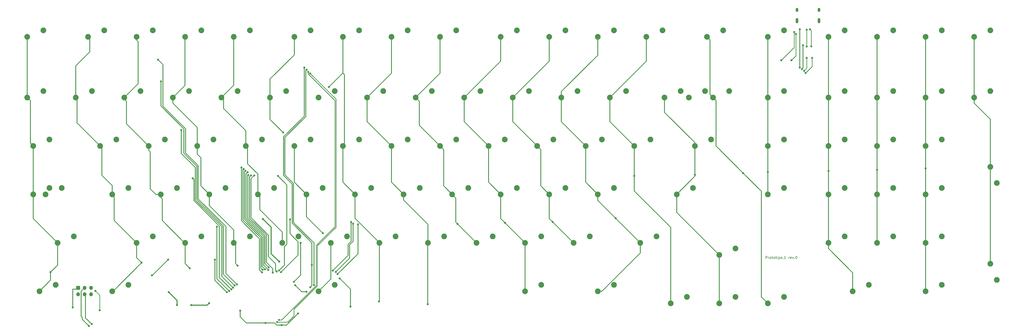
<source format=gbr>
%TF.GenerationSoftware,KiCad,Pcbnew,(5.1.6)-1*%
%TF.CreationDate,2020-07-26T12:10:15+02:00*%
%TF.ProjectId,Proyecto CFS,50726f79-6563-4746-9f20-4346532e6b69,rev?*%
%TF.SameCoordinates,Original*%
%TF.FileFunction,Copper,L1,Top*%
%TF.FilePolarity,Positive*%
%FSLAX46Y46*%
G04 Gerber Fmt 4.6, Leading zero omitted, Abs format (unit mm)*
G04 Created by KiCad (PCBNEW (5.1.6)-1) date 2020-07-26 12:10:15*
%MOMM*%
%LPD*%
G01*
G04 APERTURE LIST*
%TA.AperFunction,NonConductor*%
%ADD10C,0.150000*%
%TD*%
%TA.AperFunction,ComponentPad*%
%ADD11O,1.000000X2.100000*%
%TD*%
%TA.AperFunction,ComponentPad*%
%ADD12O,1.000000X1.600000*%
%TD*%
%TA.AperFunction,ComponentPad*%
%ADD13C,2.250000*%
%TD*%
%TA.AperFunction,ComponentPad*%
%ADD14O,1.524000X1.524000*%
%TD*%
%TA.AperFunction,ComponentPad*%
%ADD15R,1.524000X1.524000*%
%TD*%
%TA.AperFunction,ViaPad*%
%ADD16C,0.800000*%
%TD*%
%TA.AperFunction,Conductor*%
%ADD17C,0.375000*%
%TD*%
%TA.AperFunction,Conductor*%
%ADD18C,0.400000*%
%TD*%
%TA.AperFunction,Conductor*%
%ADD19C,0.350000*%
%TD*%
%TA.AperFunction,Conductor*%
%ADD20C,0.250000*%
%TD*%
G04 APERTURE END LIST*
D10*
X266880952Y-168027380D02*
X266880952Y-167027380D01*
X267261904Y-167027380D01*
X267357142Y-167075000D01*
X267404761Y-167122619D01*
X267452380Y-167217857D01*
X267452380Y-167360714D01*
X267404761Y-167455952D01*
X267357142Y-167503571D01*
X267261904Y-167551190D01*
X266880952Y-167551190D01*
X267880952Y-168027380D02*
X267880952Y-167360714D01*
X267880952Y-167551190D02*
X267928571Y-167455952D01*
X267976190Y-167408333D01*
X268071428Y-167360714D01*
X268166666Y-167360714D01*
X268642857Y-168027380D02*
X268547619Y-167979761D01*
X268500000Y-167932142D01*
X268452380Y-167836904D01*
X268452380Y-167551190D01*
X268500000Y-167455952D01*
X268547619Y-167408333D01*
X268642857Y-167360714D01*
X268785714Y-167360714D01*
X268880952Y-167408333D01*
X268928571Y-167455952D01*
X268976190Y-167551190D01*
X268976190Y-167836904D01*
X268928571Y-167932142D01*
X268880952Y-167979761D01*
X268785714Y-168027380D01*
X268642857Y-168027380D01*
X269261904Y-167360714D02*
X269642857Y-167360714D01*
X269404761Y-167027380D02*
X269404761Y-167884523D01*
X269452380Y-167979761D01*
X269547619Y-168027380D01*
X269642857Y-168027380D01*
X270119047Y-168027380D02*
X270023809Y-167979761D01*
X269976190Y-167932142D01*
X269928571Y-167836904D01*
X269928571Y-167551190D01*
X269976190Y-167455952D01*
X270023809Y-167408333D01*
X270119047Y-167360714D01*
X270261904Y-167360714D01*
X270357142Y-167408333D01*
X270404761Y-167455952D01*
X270452380Y-167551190D01*
X270452380Y-167836904D01*
X270404761Y-167932142D01*
X270357142Y-167979761D01*
X270261904Y-168027380D01*
X270119047Y-168027380D01*
X270738095Y-167360714D02*
X271119047Y-167360714D01*
X270880952Y-167027380D02*
X270880952Y-167884523D01*
X270928571Y-167979761D01*
X271023809Y-168027380D01*
X271119047Y-168027380D01*
X271452380Y-168027380D02*
X271452380Y-167360714D01*
X271452380Y-167027380D02*
X271404761Y-167075000D01*
X271452380Y-167122619D01*
X271500000Y-167075000D01*
X271452380Y-167027380D01*
X271452380Y-167122619D01*
X271928571Y-167360714D02*
X271928571Y-168360714D01*
X271928571Y-167408333D02*
X272023809Y-167360714D01*
X272214285Y-167360714D01*
X272309523Y-167408333D01*
X272357142Y-167455952D01*
X272404761Y-167551190D01*
X272404761Y-167836904D01*
X272357142Y-167932142D01*
X272309523Y-167979761D01*
X272214285Y-168027380D01*
X272023809Y-168027380D01*
X271928571Y-167979761D01*
X272976190Y-168027380D02*
X272880952Y-167979761D01*
X272833333Y-167932142D01*
X272785714Y-167836904D01*
X272785714Y-167551190D01*
X272833333Y-167455952D01*
X272880952Y-167408333D01*
X272976190Y-167360714D01*
X273119047Y-167360714D01*
X273214285Y-167408333D01*
X273261904Y-167455952D01*
X273309523Y-167551190D01*
X273309523Y-167836904D01*
X273261904Y-167932142D01*
X273214285Y-167979761D01*
X273119047Y-168027380D01*
X272976190Y-168027380D01*
X273738095Y-167932142D02*
X273785714Y-167979761D01*
X273738095Y-168027380D01*
X273690476Y-167979761D01*
X273738095Y-167932142D01*
X273738095Y-168027380D01*
X274738095Y-168027380D02*
X274166666Y-168027380D01*
X274452380Y-168027380D02*
X274452380Y-167027380D01*
X274357142Y-167170238D01*
X274261904Y-167265476D01*
X274166666Y-167313095D01*
X275928571Y-168027380D02*
X275928571Y-167360714D01*
X275928571Y-167551190D02*
X275976190Y-167455952D01*
X276023809Y-167408333D01*
X276119047Y-167360714D01*
X276214285Y-167360714D01*
X276928571Y-167979761D02*
X276833333Y-168027380D01*
X276642857Y-168027380D01*
X276547619Y-167979761D01*
X276500000Y-167884523D01*
X276500000Y-167503571D01*
X276547619Y-167408333D01*
X276642857Y-167360714D01*
X276833333Y-167360714D01*
X276928571Y-167408333D01*
X276976190Y-167503571D01*
X276976190Y-167598809D01*
X276500000Y-167694047D01*
X277309523Y-167360714D02*
X277547619Y-168027380D01*
X277785714Y-167360714D01*
X278166666Y-167932142D02*
X278214285Y-167979761D01*
X278166666Y-168027380D01*
X278119047Y-167979761D01*
X278166666Y-167932142D01*
X278166666Y-168027380D01*
X278833333Y-167027380D02*
X278928571Y-167027380D01*
X279023809Y-167075000D01*
X279071428Y-167122619D01*
X279119047Y-167217857D01*
X279166666Y-167408333D01*
X279166666Y-167646428D01*
X279119047Y-167836904D01*
X279071428Y-167932142D01*
X279023809Y-167979761D01*
X278928571Y-168027380D01*
X278833333Y-168027380D01*
X278738095Y-167979761D01*
X278690476Y-167932142D01*
X278642857Y-167836904D01*
X278595238Y-167646428D01*
X278595238Y-167408333D01*
X278642857Y-167217857D01*
X278690476Y-167122619D01*
X278738095Y-167075000D01*
X278833333Y-167027380D01*
D11*
%TO.P,USB1,13*%
%TO.N,GND*%
X279130000Y-74385000D03*
X287770000Y-74385000D03*
D12*
X279130000Y-70205000D03*
X287770000Y-70205000D03*
%TD*%
D13*
%TO.P,MX79,2*%
%TO.N,Net-(D77-Pad2)*%
X274002500Y-78263750D03*
%TO.P,MX79,1*%
%TO.N,COL-15*%
X267652500Y-80803750D03*
%TD*%
%TO.P,MX45,2*%
%TO.N,Net-(D44-Pad2)*%
X145415000Y-78263750D03*
%TO.P,MX45,1*%
%TO.N,COL-8*%
X139065000Y-80803750D03*
%TD*%
%TO.P,MX95,2*%
%TO.N,Net-(D93-Pad2)*%
X335915000Y-102076250D03*
%TO.P,MX95,1*%
%TO.N,COL-18*%
X329565000Y-104616250D03*
%TD*%
%TO.P,MX103,2*%
%TO.N,Net-(D101-Pad2)*%
X357505000Y-176371250D03*
%TO.P,MX103,1*%
%TO.N,COL-19*%
X354965000Y-170021250D03*
%TD*%
%TO.P,MX102,2*%
%TO.N,Net-(D100-Pad2)*%
X357505000Y-138271250D03*
%TO.P,MX102,1*%
%TO.N,COL-19*%
X354965000Y-131921250D03*
%TD*%
%TO.P,MX88,2*%
%TO.N,Net-(D86-Pad2)*%
X307340000Y-178276250D03*
%TO.P,MX88,1*%
%TO.N,COL-16*%
X300990000Y-180816250D03*
%TD*%
%TO.P,MX104,2*%
%TO.N,Net-(D102-Pad2)*%
X274002500Y-183038750D03*
%TO.P,MX104,1*%
%TO.N,COL-14*%
X267652500Y-185578750D03*
%TD*%
%TO.P,MX39,2*%
%TO.N,Net-(D38-Pad2)*%
X121602500Y-159226250D03*
%TO.P,MX39,1*%
%TO.N,COL-6*%
X115252500Y-161766250D03*
%TD*%
%TO.P,MX43,2*%
%TO.N,Net-(D42-Pad2)*%
X131127500Y-140176250D03*
%TO.P,MX43,1*%
%TO.N,COL-7*%
X124777500Y-142716250D03*
%TD*%
%TO.P,MX34,2*%
%TO.N,Net-(D33-Pad2)*%
X97790000Y-178276250D03*
%TO.P,MX34,1*%
%TO.N,COL-5*%
X91440000Y-180816250D03*
%TD*%
%TO.P,MX33,2*%
%TO.N,Net-(D32-Pad2)*%
X102552500Y-159226250D03*
%TO.P,MX33,1*%
%TO.N,COL-5*%
X96202500Y-161766250D03*
%TD*%
%TO.P,MX32,2*%
%TO.N,Net-(D31-Pad2)*%
X93027500Y-140176250D03*
%TO.P,MX32,1*%
%TO.N,COL-5*%
X86677500Y-142716250D03*
%TD*%
%TO.P,MX48,2*%
%TO.N,Net-(D47-Pad2)*%
X150177500Y-140176250D03*
%TO.P,MX48,1*%
%TO.N,COL-8*%
X143827500Y-142716250D03*
%TD*%
%TO.P,MX31,2*%
%TO.N,Net-(D30-Pad2)*%
X88265000Y-121126250D03*
%TO.P,MX31,1*%
%TO.N,COL-5*%
X81915000Y-123666250D03*
%TD*%
%TO.P,MX44,2*%
%TO.N,Net-(D43-Pad2)*%
X140652500Y-159226250D03*
%TO.P,MX44,1*%
%TO.N,COL-7*%
X134302500Y-161766250D03*
%TD*%
%TO.P,MX40,2*%
%TO.N,Net-(D39-Pad2)*%
X126365000Y-78263750D03*
%TO.P,MX40,1*%
%TO.N,COL-7*%
X120015000Y-80803750D03*
%TD*%
%TO.P,MX36,2*%
%TO.N,Net-(D35-Pad2)*%
X97790000Y-102076250D03*
%TO.P,MX36,1*%
%TO.N,COL-6*%
X91440000Y-104616250D03*
%TD*%
%TO.P,MX46,2*%
%TO.N,Net-(D45-Pad2)*%
X135890000Y-102076250D03*
%TO.P,MX46,1*%
%TO.N,COL-8*%
X129540000Y-104616250D03*
%TD*%
%TO.P,MX41,2*%
%TO.N,Net-(D40-Pad2)*%
X116840000Y-102076250D03*
%TO.P,MX41,1*%
%TO.N,COL-7*%
X110490000Y-104616250D03*
%TD*%
%TO.P,MX42,2*%
%TO.N,Net-(D41-Pad2)*%
X126365000Y-121126250D03*
%TO.P,MX42,1*%
%TO.N,COL-7*%
X120015000Y-123666250D03*
%TD*%
%TO.P,MX38,2*%
%TO.N,Net-(D37-Pad2)*%
X112077500Y-140176250D03*
%TO.P,MX38,1*%
%TO.N,COL-6*%
X105727500Y-142716250D03*
%TD*%
%TO.P,MX35,2*%
%TO.N,Net-(D34-Pad2)*%
X107315000Y-78263750D03*
%TO.P,MX35,1*%
%TO.N,COL-6*%
X100965000Y-80803750D03*
%TD*%
%TO.P,MX37,2*%
%TO.N,Net-(D36-Pad2)*%
X107315000Y-121126250D03*
%TO.P,MX37,1*%
%TO.N,COL-6*%
X100965000Y-123666250D03*
%TD*%
%TO.P,MX47,2*%
%TO.N,Net-(D46-Pad2)*%
X145415000Y-121126250D03*
%TO.P,MX47,1*%
%TO.N,COL-8*%
X139065000Y-123666250D03*
%TD*%
%TO.P,MX89,2*%
%TO.N,Net-(D87-Pad2)*%
X316865000Y-78263750D03*
%TO.P,MX89,1*%
%TO.N,COL-17*%
X310515000Y-80803750D03*
%TD*%
%TO.P,MX87,2*%
%TO.N,Net-(D85-Pad2)*%
X297815000Y-159226250D03*
%TO.P,MX87,1*%
%TO.N,COL-16*%
X291465000Y-161766250D03*
%TD*%
%TO.P,MX100,2*%
%TO.N,Net-(D98-Pad2)*%
X354965000Y-78263750D03*
%TO.P,MX100,1*%
%TO.N,COL-19*%
X348615000Y-80803750D03*
%TD*%
%TO.P,MX94,2*%
%TO.N,Net-(D92-Pad2)*%
X335915000Y-78263750D03*
%TO.P,MX94,1*%
%TO.N,COL-18*%
X329565000Y-80803750D03*
%TD*%
%TO.P,MX86,2*%
%TO.N,Net-(D84-Pad2)*%
X297815000Y-140176250D03*
%TO.P,MX86,1*%
%TO.N,COL-16*%
X291465000Y-142716250D03*
%TD*%
%TO.P,MX101,2*%
%TO.N,Net-(D99-Pad2)*%
X354965000Y-102076250D03*
%TO.P,MX101,1*%
%TO.N,COL-19*%
X348615000Y-104616250D03*
%TD*%
%TO.P,MX97,2*%
%TO.N,Net-(D95-Pad2)*%
X335915000Y-140176250D03*
%TO.P,MX97,1*%
%TO.N,COL-18*%
X329565000Y-142716250D03*
%TD*%
%TO.P,MX99,2*%
%TO.N,Net-(D97-Pad2)*%
X335915000Y-178276250D03*
%TO.P,MX99,1*%
%TO.N,COL-18*%
X329565000Y-180816250D03*
%TD*%
%TO.P,MX93,2*%
%TO.N,Net-(D91-Pad2)*%
X316865000Y-159226250D03*
%TO.P,MX93,1*%
%TO.N,COL-17*%
X310515000Y-161766250D03*
%TD*%
%TO.P,MX98,2*%
%TO.N,Net-(D96-Pad2)*%
X335915000Y-159226250D03*
%TO.P,MX98,1*%
%TO.N,COL-18*%
X329565000Y-161766250D03*
%TD*%
%TO.P,MX92,2*%
%TO.N,Net-(D90-Pad2)*%
X316865000Y-140176250D03*
%TO.P,MX92,1*%
%TO.N,COL-17*%
X310515000Y-142716250D03*
%TD*%
%TO.P,MX96,2*%
%TO.N,Net-(D94-Pad2)*%
X335915000Y-121126250D03*
%TO.P,MX96,1*%
%TO.N,COL-18*%
X329565000Y-123666250D03*
%TD*%
%TO.P,MX90,2*%
%TO.N,Net-(D88-Pad2)*%
X316865000Y-102076250D03*
%TO.P,MX90,1*%
%TO.N,COL-17*%
X310515000Y-104616250D03*
%TD*%
%TO.P,MX91,2*%
%TO.N,Net-(D89-Pad2)*%
X316865000Y-121126250D03*
%TO.P,MX91,1*%
%TO.N,COL-17*%
X310515000Y-123666250D03*
%TD*%
%TO.P,MX72,2*%
%TO.N,Net-(D71-Pad2)*%
X245427500Y-121126250D03*
%TO.P,MX72,1*%
%TO.N,COL-13*%
X239077500Y-123666250D03*
%TD*%
%TO.P,MX4,2*%
%TO.N,Net-(D4-Pad2)*%
X-14128750Y-140176250D03*
%TO.P,MX4,1*%
%TO.N,COL-0*%
X-20478750Y-142716250D03*
%TD*%
%TO.P,MX60,2*%
%TO.N,Net-(D59-Pad2)*%
X197802500Y-159226250D03*
%TO.P,MX60,1*%
%TO.N,COL-10*%
X191452500Y-161766250D03*
%TD*%
%TO.P,MX51,2*%
%TO.N,Net-(D50-Pad2)*%
X154940000Y-102076250D03*
%TO.P,MX51,1*%
%TO.N,COL-9*%
X148590000Y-104616250D03*
%TD*%
%TO.P,MX50,2*%
%TO.N,Net-(D49-Pad2)*%
X169227500Y-78263750D03*
%TO.P,MX50,1*%
%TO.N,COL-9*%
X162877500Y-80803750D03*
%TD*%
%TO.P,MX59,2*%
%TO.N,Net-(D58-Pad2)*%
X188277500Y-140176250D03*
%TO.P,MX59,1*%
%TO.N,COL-10*%
X181927500Y-142716250D03*
%TD*%
%TO.P,MX57,2*%
%TO.N,Net-(D56-Pad2)*%
X173990000Y-102076250D03*
%TO.P,MX57,1*%
%TO.N,COL-10*%
X167640000Y-104616250D03*
%TD*%
%TO.P,MX49,2*%
%TO.N,Net-(D48-Pad2)*%
X159702500Y-159226250D03*
%TO.P,MX49,1*%
%TO.N,COL-8*%
X153352500Y-161766250D03*
%TD*%
%TO.P,MX66,2*%
%TO.N,Net-(D65-Pad2)*%
X207327500Y-178276250D03*
%TO.P,MX66,1*%
%TO.N,COL-11*%
X200977500Y-180816250D03*
%TD*%
%TO.P,MX55,2*%
%TO.N,Net-(D54-Pad2)*%
X178752500Y-178276250D03*
%TO.P,MX55,1*%
%TO.N,COL-9*%
X172402500Y-180816250D03*
%TD*%
%TO.P,MX63,2*%
%TO.N,Net-(D62-Pad2)*%
X202565000Y-121126250D03*
%TO.P,MX63,1*%
%TO.N,COL-11*%
X196215000Y-123666250D03*
%TD*%
%TO.P,MX58,2*%
%TO.N,Net-(D57-Pad2)*%
X183515000Y-121126250D03*
%TO.P,MX58,1*%
%TO.N,COL-10*%
X177165000Y-123666250D03*
%TD*%
%TO.P,MX64,2*%
%TO.N,Net-(D63-Pad2)*%
X207327500Y-140176250D03*
%TO.P,MX64,1*%
%TO.N,COL-11*%
X200977500Y-142716250D03*
%TD*%
%TO.P,MX54,2*%
%TO.N,Net-(D53-Pad2)*%
X178752500Y-159226250D03*
%TO.P,MX54,1*%
%TO.N,COL-9*%
X172402500Y-161766250D03*
%TD*%
%TO.P,MX65,2*%
%TO.N,Net-(D64-Pad2)*%
X223996250Y-159226250D03*
%TO.P,MX65,1*%
%TO.N,COL-11*%
X217646250Y-161766250D03*
%TD*%
%TO.P,MX56,2*%
%TO.N,Net-(D55-Pad2)*%
X188277500Y-78263750D03*
%TO.P,MX56,1*%
%TO.N,COL-10*%
X181927500Y-80803750D03*
%TD*%
%TO.P,MX53,2*%
%TO.N,Net-(D52-Pad2)*%
X169227500Y-140176250D03*
%TO.P,MX53,1*%
%TO.N,COL-9*%
X162877500Y-142716250D03*
%TD*%
%TO.P,MX61,2*%
%TO.N,Net-(D60-Pad2)*%
X207327500Y-78263750D03*
%TO.P,MX61,1*%
%TO.N,COL-11*%
X200977500Y-80803750D03*
%TD*%
%TO.P,MX62,2*%
%TO.N,Net-(D61-Pad2)*%
X193040000Y-102076250D03*
%TO.P,MX62,1*%
%TO.N,COL-11*%
X186690000Y-104616250D03*
%TD*%
%TO.P,MX52,2*%
%TO.N,Net-(D51-Pad2)*%
X164465000Y-121126250D03*
%TO.P,MX52,1*%
%TO.N,COL-9*%
X158115000Y-123666250D03*
%TD*%
%TO.P,MX85,2*%
%TO.N,Net-(D83-Pad2)*%
X297815000Y-121126250D03*
%TO.P,MX85,1*%
%TO.N,COL-16*%
X291465000Y-123666250D03*
%TD*%
%TO.P,MX81,2*%
%TO.N,Net-(D79-Pad2)*%
X274002500Y-121126250D03*
%TO.P,MX81,1*%
%TO.N,COL-15*%
X267652500Y-123666250D03*
%TD*%
%TO.P,MX76,2*%
%TO.N,Net-(D75-Pad2)*%
X250190000Y-78263750D03*
%TO.P,MX76,1*%
%TO.N,COL-14*%
X243840000Y-80803750D03*
%TD*%
%TO.P,MX82,2*%
%TO.N,Net-(D80-Pad2)*%
X274002500Y-140176250D03*
%TO.P,MX82,1*%
%TO.N,COL-15*%
X267652500Y-142716250D03*
%TD*%
%TO.P,MX69,2*%
%TO.N,Net-(D68-Pad2)*%
X221615000Y-121126250D03*
%TO.P,MX69,1*%
%TO.N,COL-12*%
X215265000Y-123666250D03*
%TD*%
%TO.P,MX83,2*%
%TO.N,Net-(D81-Pad2)*%
X297815000Y-78263750D03*
%TO.P,MX83,1*%
%TO.N,COL-16*%
X291465000Y-80803750D03*
%TD*%
%TO.P,MX78,2*%
%TO.N,Net-(D76-Pad2)*%
X252571250Y-102076250D03*
%TO.P,MX78,1*%
%TO.N,COL-14*%
X246221250Y-104616250D03*
%TD*%
%TO.P,MX80,2*%
%TO.N,Net-(D78-Pad2)*%
X274002500Y-102076250D03*
%TO.P,MX80,1*%
%TO.N,COL-15*%
X267652500Y-104616250D03*
%TD*%
%TO.P,MX84,2*%
%TO.N,Net-(D82-Pad2)*%
X297815000Y-102076250D03*
%TO.P,MX84,1*%
%TO.N,COL-16*%
X291465000Y-104616250D03*
%TD*%
%TO.P,MX77,2*%
%TO.N,Net-(D76-Pad2)*%
X243046250Y-102076250D03*
%TO.P,MX77,1*%
%TO.N,COL-14*%
X236696250Y-104616250D03*
%TD*%
%TO.P,MX73,2*%
%TO.N,Net-(D72-Pad2)*%
X238283750Y-140176250D03*
%TO.P,MX73,1*%
%TO.N,COL-13*%
X231933750Y-142716250D03*
%TD*%
%TO.P,MX74,2*%
%TO.N,Net-(D73-Pad2)*%
X254952500Y-163988750D03*
%TO.P,MX74,1*%
%TO.N,COL-13*%
X248602500Y-166528750D03*
%TD*%
%TO.P,MX71,2*%
%TO.N,Net-(D70-Pad2)*%
X233521250Y-102076250D03*
%TO.P,MX71,1*%
%TO.N,COL-13*%
X227171250Y-104616250D03*
%TD*%
%TO.P,MX70,2*%
%TO.N,Net-(D69-Pad2)*%
X235902500Y-183038750D03*
%TO.P,MX70,1*%
%TO.N,COL-12*%
X229552500Y-185578750D03*
%TD*%
%TO.P,MX68,2*%
%TO.N,Net-(D67-Pad2)*%
X212090000Y-102076250D03*
%TO.P,MX68,1*%
%TO.N,COL-12*%
X205740000Y-104616250D03*
%TD*%
%TO.P,MX75,2*%
%TO.N,Net-(D74-Pad2)*%
X254952500Y-183038750D03*
%TO.P,MX75,1*%
%TO.N,COL-13*%
X248602500Y-185578750D03*
%TD*%
%TO.P,MX67,2*%
%TO.N,Net-(D66-Pad2)*%
X226377500Y-78263750D03*
%TO.P,MX67,1*%
%TO.N,COL-12*%
X220027500Y-80803750D03*
%TD*%
%TO.P,MX10,2*%
%TO.N,Net-(D9-Pad2)*%
X12065000Y-121126250D03*
%TO.P,MX10,1*%
%TO.N,COL-1*%
X5715000Y-123666250D03*
%TD*%
%TO.P,MX3,2*%
%TO.N,Net-(D3-Pad2)*%
X-14128750Y-121126250D03*
%TO.P,MX3,1*%
%TO.N,COL-0*%
X-20478750Y-123666250D03*
%TD*%
%TO.P,MX1,2*%
%TO.N,Net-(D1-Pad2)*%
X-16510000Y-78263750D03*
%TO.P,MX1,1*%
%TO.N,COL-0*%
X-22860000Y-80803750D03*
%TD*%
%TO.P,MX11,2*%
%TO.N,Net-(D10-Pad2)*%
X16827500Y-140176250D03*
%TO.P,MX11,1*%
%TO.N,COL-1*%
X10477500Y-142716250D03*
%TD*%
%TO.P,MX2,2*%
%TO.N,Net-(D2-Pad2)*%
X-16510000Y-102076250D03*
%TO.P,MX2,1*%
%TO.N,COL-0*%
X-22860000Y-104616250D03*
%TD*%
%TO.P,MX6,2*%
%TO.N,Net-(D6-Pad2)*%
X-11747500Y-178276250D03*
%TO.P,MX6,1*%
%TO.N,COL-0*%
X-18097500Y-180816250D03*
%TD*%
%TO.P,MX12,2*%
%TO.N,Net-(D11-Pad2)*%
X26352500Y-159226250D03*
%TO.P,MX12,1*%
%TO.N,COL-1*%
X20002500Y-161766250D03*
%TD*%
%TO.P,MX5,2*%
%TO.N,Net-(D5-Pad2)*%
X-4603750Y-159226250D03*
%TO.P,MX5,1*%
%TO.N,COL-0*%
X-10953750Y-161766250D03*
%TD*%
%TO.P,MX8,2*%
%TO.N,Net-(D7-Pad2)*%
X7302500Y-78263750D03*
%TO.P,MX8,1*%
%TO.N,COL-1*%
X952500Y-80803750D03*
%TD*%
%TO.P,MX9,2*%
%TO.N,Net-(D8-Pad2)*%
X2540000Y-102076250D03*
%TO.P,MX9,1*%
%TO.N,COL-1*%
X-3810000Y-104616250D03*
%TD*%
%TO.P,MX7,2*%
%TO.N,Net-(D4-Pad2)*%
X-9366250Y-140176250D03*
%TO.P,MX7,1*%
%TO.N,COL-0*%
X-15716250Y-142716250D03*
%TD*%
%TO.P,MX26,2*%
%TO.N,Net-(D25-Pad2)*%
X69215000Y-121126250D03*
%TO.P,MX26,1*%
%TO.N,COL-4*%
X62865000Y-123666250D03*
%TD*%
%TO.P,MX16,2*%
%TO.N,Net-(D15-Pad2)*%
X35877500Y-140176250D03*
%TO.P,MX16,1*%
%TO.N,COL-2*%
X29527500Y-142716250D03*
%TD*%
%TO.P,MX15,2*%
%TO.N,Net-(D14-Pad2)*%
X31115000Y-121126250D03*
%TO.P,MX15,1*%
%TO.N,COL-2*%
X24765000Y-123666250D03*
%TD*%
%TO.P,MX14,2*%
%TO.N,Net-(D13-Pad2)*%
X21590000Y-102076250D03*
%TO.P,MX14,1*%
%TO.N,COL-2*%
X15240000Y-104616250D03*
%TD*%
%TO.P,MX13,2*%
%TO.N,Net-(D12-Pad2)*%
X26352500Y-78263750D03*
%TO.P,MX13,1*%
%TO.N,COL-2*%
X20002500Y-80803750D03*
%TD*%
%TO.P,MX23,2*%
%TO.N,Net-(D22-Pad2)*%
X64452500Y-159226250D03*
%TO.P,MX23,1*%
%TO.N,COL-3*%
X58102500Y-161766250D03*
%TD*%
%TO.P,MX21,2*%
%TO.N,Net-(D20-Pad2)*%
X50165000Y-121126250D03*
%TO.P,MX21,1*%
%TO.N,COL-3*%
X43815000Y-123666250D03*
%TD*%
%TO.P,MX29,2*%
%TO.N,Net-(D28-Pad2)*%
X88265000Y-78263750D03*
%TO.P,MX29,1*%
%TO.N,COL-5*%
X81915000Y-80803750D03*
%TD*%
%TO.P,MX24,2*%
%TO.N,Net-(D23-Pad2)*%
X64452500Y-78263750D03*
%TO.P,MX24,1*%
%TO.N,COL-4*%
X58102500Y-80803750D03*
%TD*%
%TO.P,MX17,2*%
%TO.N,Net-(D16-Pad2)*%
X45402500Y-159226250D03*
%TO.P,MX17,1*%
%TO.N,COL-2*%
X39052500Y-161766250D03*
%TD*%
%TO.P,MX20,2*%
%TO.N,Net-(D19-Pad2)*%
X40640000Y-102076250D03*
%TO.P,MX20,1*%
%TO.N,COL-3*%
X34290000Y-104616250D03*
%TD*%
%TO.P,MX28,2*%
%TO.N,Net-(D27-Pad2)*%
X83502500Y-159226250D03*
%TO.P,MX28,1*%
%TO.N,COL-4*%
X77152500Y-161766250D03*
%TD*%
%TO.P,MX25,2*%
%TO.N,Net-(D24-Pad2)*%
X59690000Y-102076250D03*
%TO.P,MX25,1*%
%TO.N,COL-4*%
X53340000Y-104616250D03*
%TD*%
%TO.P,MX22,2*%
%TO.N,Net-(D21-Pad2)*%
X54927500Y-140176250D03*
%TO.P,MX22,1*%
%TO.N,COL-3*%
X48577500Y-142716250D03*
%TD*%
%TO.P,MX30,2*%
%TO.N,Net-(D29-Pad2)*%
X78740000Y-102076250D03*
%TO.P,MX30,1*%
%TO.N,COL-5*%
X72390000Y-104616250D03*
%TD*%
%TO.P,MX19,2*%
%TO.N,Net-(D18-Pad2)*%
X45402500Y-78263750D03*
%TO.P,MX19,1*%
%TO.N,COL-3*%
X39052500Y-80803750D03*
%TD*%
%TO.P,MX18,2*%
%TO.N,Net-(D17-Pad2)*%
X16827500Y-178276250D03*
%TO.P,MX18,1*%
%TO.N,COL-1*%
X10477500Y-180816250D03*
%TD*%
%TO.P,MX27,2*%
%TO.N,Net-(D26-Pad2)*%
X73977500Y-140176250D03*
%TO.P,MX27,1*%
%TO.N,COL-4*%
X67627500Y-142716250D03*
%TD*%
D14*
%TO.P,J1,6*%
%TO.N,GND*%
X2190000Y-182000000D03*
%TO.P,J1,4*%
%TO.N,MOSI*%
X-350000Y-182000000D03*
%TO.P,J1,2*%
%TO.N,+5V*%
X-2890000Y-182000000D03*
D15*
%TO.P,J1,1*%
%TO.N,MISO*%
X-2890000Y-179460000D03*
D14*
%TO.P,J1,3*%
%TO.N,SCK*%
X-350000Y-179460000D03*
%TO.P,J1,5*%
%TO.N,RESET*%
X2190000Y-179460000D03*
%TD*%
D16*
%TO.N,GND*%
X280225000Y-77775000D03*
X280200000Y-92900000D03*
X85800000Y-92900000D03*
X88225000Y-179250000D03*
X88800000Y-170500000D03*
X76000000Y-169200000D03*
X69600000Y-152400000D03*
X32700000Y-181200000D03*
X35875000Y-186300000D03*
X41500000Y-186300000D03*
X48475000Y-185500000D03*
%TO.N,+5V*%
X281475000Y-84100000D03*
X281075000Y-93475000D03*
X86725000Y-93750000D03*
X89600000Y-178375000D03*
X70575000Y-193275000D03*
X60724999Y-188450001D03*
X76900000Y-194125000D03*
X83400001Y-189600001D03*
X103975000Y-186900000D03*
X99700000Y-175800000D03*
%TO.N,ROW-0*%
X28443750Y-89756250D03*
X59400000Y-178100000D03*
%TO.N,ROW-1*%
X58500000Y-178600000D03*
X29572249Y-98272249D03*
%TO.N,ROW-2*%
X57900000Y-179400000D03*
X37560000Y-117440000D03*
%TO.N,ROW-3*%
X42072249Y-136372249D03*
X57192885Y-180107115D03*
%TO.N,ROW-4*%
X56400000Y-180724970D03*
X51563069Y-155436931D03*
%TO.N,ROW-5*%
X55400000Y-181200000D03*
X50800000Y-168400000D03*
X32400000Y-168400000D03*
X26037500Y-174562500D03*
%TO.N,RESET*%
X3875000Y-180700000D03*
X5600000Y-188325000D03*
%TO.N,MOSI*%
X2400000Y-193725000D03*
%TO.N,SCK*%
X1325000Y-194500000D03*
%TO.N,MISO*%
X-5000000Y-187200000D03*
%TO.N,COL-0*%
X-13700000Y-173300000D03*
%TO.N,COL-1*%
X22000000Y-169600000D03*
%TO.N,COL-2*%
X40900000Y-171800000D03*
%TO.N,COL-3*%
X59700000Y-170800000D03*
%TO.N,COL-4*%
X81800000Y-177100000D03*
X84400000Y-161800000D03*
%TO.N,COL-5*%
X77500000Y-118400000D03*
X93100000Y-158000000D03*
X82300000Y-178500000D03*
X86700000Y-181000000D03*
%TO.N,COL-6*%
X95500000Y-100500000D03*
X115100000Y-184800000D03*
%TO.N,COL-7*%
X134300000Y-185900000D03*
%TO.N,COL-8*%
X98900000Y-174100000D03*
X106900000Y-154489998D03*
X145943125Y-154356875D03*
%TO.N,COL-9*%
X98200000Y-173200000D03*
X105000000Y-154300000D03*
X164568125Y-153931875D03*
%TO.N,COL-10*%
X104200000Y-153600000D03*
X183243125Y-153556875D03*
X97027771Y-172724990D03*
%TO.N,COL-11*%
X76700000Y-173300000D03*
X80200000Y-152600000D03*
X207990000Y-152110000D03*
%TO.N,COL-12*%
X75500000Y-135500000D03*
X215265000Y-135465000D03*
X75940734Y-172649201D03*
%TO.N,COL-13*%
X75000000Y-173100000D03*
X66200000Y-135300000D03*
X239077500Y-135077500D03*
%TO.N,COL-14*%
X73500000Y-173500000D03*
X64900000Y-135300000D03*
X257955626Y-134344374D03*
%TO.N,COL-15*%
X63800000Y-135100000D03*
X267652500Y-133947500D03*
X71887508Y-171483539D03*
%TO.N,COL-16*%
X63600000Y-134000000D03*
X291465000Y-133535000D03*
X71651624Y-172455333D03*
%TO.N,COL-17*%
X310515000Y-133115000D03*
X62751992Y-133469995D03*
X70437177Y-172235766D03*
%TO.N,COL-18*%
X62000000Y-132800000D03*
X329565000Y-132535000D03*
X69452217Y-172408619D03*
%TO.N,COL-19*%
X69200000Y-173400000D03*
X61200000Y-132200000D03*
%TO.N,Net-(RC1-Pad2)*%
X282950000Y-84575000D03*
X282925010Y-78000000D03*
%TO.N,D-*%
X282925000Y-89075000D03*
X281875000Y-94125000D03*
X87325000Y-94550000D03*
X75887490Y-192150000D03*
%TO.N,D+*%
X285025000Y-89075000D03*
X282500000Y-95000000D03*
X88150000Y-95150000D03*
X75175000Y-192950000D03*
%TO.N,Net-(RC2-Pad1)*%
X284225000Y-77850000D03*
X284700000Y-84500000D03*
%TO.N,Net-(RC6-Pad2)*%
X278000000Y-78875000D03*
X272972052Y-89975010D03*
%TO.N,Net-(RC7-Pad2)*%
X276925000Y-90025000D03*
X278725010Y-79675000D03*
%TD*%
D17*
%TO.N,GND*%
X280225000Y-77775000D02*
X280225000Y-92875000D01*
X280225000Y-92875000D02*
X280200000Y-92900000D01*
X88800000Y-178675000D02*
X88225000Y-179250000D01*
X88800000Y-170500000D02*
X88800000Y-178675000D01*
X85800000Y-92900000D02*
X85800000Y-111974998D01*
X88800000Y-161800002D02*
X88800000Y-170500000D01*
X85800000Y-111974998D02*
X77674989Y-120100009D01*
X81050000Y-154050000D02*
X88800000Y-161800002D01*
X77674989Y-120100009D02*
X77674989Y-135322437D01*
X77674989Y-135322437D02*
X81050000Y-138697448D01*
D18*
X76000000Y-169200000D02*
X72800000Y-166000000D01*
X72800000Y-166000000D02*
X72800000Y-155600000D01*
X72800000Y-155600000D02*
X69600000Y-152400000D01*
D17*
X81050000Y-138697448D02*
X81050000Y-154050000D01*
D18*
X32700000Y-181200000D02*
X35875000Y-184375000D01*
X35875000Y-184375000D02*
X35875000Y-186300000D01*
X41500000Y-186300000D02*
X47675000Y-186300000D01*
X47675000Y-186300000D02*
X48475000Y-185500000D01*
D17*
%TO.N,+5V*%
X281475000Y-84100000D02*
X281475000Y-93075000D01*
X281475000Y-93075000D02*
X281075000Y-93475000D01*
X70575000Y-193275000D02*
X63075000Y-193275000D01*
X63075000Y-193275000D02*
X60724999Y-190924999D01*
X60724999Y-190924999D02*
X60724999Y-188450001D01*
X70575000Y-193275000D02*
X74125000Y-193275000D01*
X74125000Y-193275000D02*
X74975000Y-194125000D01*
X78875002Y-194125000D02*
X83400001Y-189600001D01*
X76900000Y-194125000D02*
X78875002Y-194125000D01*
X74975000Y-194125000D02*
X76900000Y-194125000D01*
X103975000Y-186900000D02*
X103975000Y-180025000D01*
X103975000Y-180025000D02*
X99750000Y-175800000D01*
X99750000Y-175800000D02*
X99700000Y-175800000D01*
X78250000Y-120338186D02*
X78250000Y-135084260D01*
X86400000Y-112188186D02*
X78250000Y-120338186D01*
X78250000Y-135084260D02*
X81631593Y-138465853D01*
X89600000Y-161786814D02*
X89600000Y-178375000D01*
X86725000Y-93750000D02*
X86400000Y-94075000D01*
X86400000Y-94075000D02*
X86400000Y-112188186D01*
X81631593Y-138465853D02*
X81631593Y-153818407D01*
X81631593Y-153818407D02*
X89600000Y-161786814D01*
D19*
%TO.N,ROW-0*%
X39300000Y-116900000D02*
X39300000Y-126522167D01*
X39300000Y-126522167D02*
X44200022Y-131422189D01*
X44200022Y-131422189D02*
X44200022Y-144500022D01*
X55100000Y-173800000D02*
X59400000Y-178100000D01*
X44200022Y-144500022D02*
X55100000Y-155400000D01*
X30400000Y-108000000D02*
X39300000Y-116900000D01*
X30400000Y-91712500D02*
X30400000Y-108000000D01*
X28443750Y-89756250D02*
X30400000Y-91712500D01*
X55100000Y-155400000D02*
X55100000Y-173800000D01*
%TO.N,ROW-1*%
X58500000Y-178600000D02*
X54050011Y-174150011D01*
X54050011Y-174150011D02*
X54050011Y-155172178D01*
X43650011Y-144772178D02*
X43650011Y-131650011D01*
X38600000Y-116977832D02*
X29572249Y-107950081D01*
X54050011Y-155172178D02*
X43650011Y-144772178D01*
X43650011Y-131650011D02*
X38600000Y-126600000D01*
X29572249Y-107950081D02*
X29572249Y-98272249D01*
X38600000Y-126600000D02*
X38600000Y-116977832D01*
%TO.N,ROW-2*%
X53500000Y-175000000D02*
X53500000Y-155455666D01*
X57900000Y-179400000D02*
X53500000Y-175000000D01*
X53500000Y-155455666D02*
X53500000Y-155400000D01*
X53500000Y-155400000D02*
X52600000Y-154500000D01*
X52600000Y-154500000D02*
X46700000Y-148600000D01*
X43100000Y-145000000D02*
X43100000Y-144999997D01*
X46700000Y-148600000D02*
X43100000Y-145000000D01*
X37560000Y-126660000D02*
X37560000Y-117440000D01*
X43100000Y-132200000D02*
X37560000Y-126660000D01*
X43100000Y-145000000D02*
X43100000Y-132200000D01*
%TO.N,ROW-3*%
X42549990Y-136849990D02*
X42072249Y-136372249D01*
X42549990Y-145227821D02*
X42549990Y-136849990D01*
X57192885Y-180107115D02*
X52500000Y-175414230D01*
X52500000Y-175414230D02*
X52500000Y-155200000D01*
X50600000Y-153300000D02*
X50600000Y-153277830D01*
X52500000Y-155200000D02*
X50600000Y-153300000D01*
X50600000Y-153277830D02*
X42549990Y-145227821D01*
%TO.N,ROW-4*%
X51577751Y-175902721D02*
X51577751Y-155451613D01*
X56400000Y-180724970D02*
X51577751Y-175902721D01*
X51577751Y-155451613D02*
X51563069Y-155436931D01*
%TO.N,ROW-5*%
X55400000Y-181200000D02*
X50800000Y-176600000D01*
X50800000Y-176600000D02*
X50800000Y-168400000D01*
X32400000Y-168400000D02*
X26237500Y-174562500D01*
X26237500Y-174562500D02*
X26037500Y-174562500D01*
D20*
%TO.N,RESET*%
X3875000Y-180700000D02*
X5600000Y-182425000D01*
X5600000Y-182425000D02*
X5600000Y-188325000D01*
D19*
%TO.N,MOSI*%
X0Y-182350000D02*
X-350000Y-182000000D01*
X2400000Y-193725000D02*
X0Y-191325000D01*
X0Y-191325000D02*
X0Y-182350000D01*
%TO.N,SCK*%
X-1752999Y-180862999D02*
X-350000Y-179460000D01*
X-1752999Y-190647001D02*
X-1752999Y-180862999D01*
X-1300000Y-191100000D02*
X-1752999Y-190647001D01*
X-1300000Y-191875000D02*
X-1300000Y-191100000D01*
X1325000Y-194500000D02*
X-1300000Y-191875000D01*
%TO.N,MISO*%
X-5000000Y-187200000D02*
X-5000000Y-180000000D01*
X-3430000Y-180000000D02*
X-2890000Y-179460000D01*
X-5000000Y-180000000D02*
X-3430000Y-180000000D01*
%TO.N,COL-0*%
X-10973749Y-161786249D02*
X-10953750Y-161766250D01*
X-10973749Y-170573749D02*
X-10973749Y-161786249D01*
X-13700000Y-173300000D02*
X-10973749Y-170573749D01*
X-13700000Y-176418750D02*
X-18097500Y-180816250D01*
X-13700000Y-173300000D02*
X-13700000Y-176418750D01*
X-20478750Y-152241250D02*
X-20478750Y-142716250D01*
X-10953750Y-161766250D02*
X-20478750Y-152241250D01*
X-20478750Y-142716250D02*
X-20478750Y-123666250D01*
X-21603749Y-122541251D02*
X-21603749Y-105872501D01*
X-21603749Y-105872501D02*
X-22860000Y-104616250D01*
X-20478750Y-123666250D02*
X-21603749Y-122541251D01*
X-22860000Y-104616250D02*
X-22860000Y-80803750D01*
%TO.N,COL-1*%
X20002500Y-167602500D02*
X20002500Y-161766250D01*
X22000000Y-169600000D02*
X20002500Y-167602500D01*
X10783750Y-180816250D02*
X10477500Y-180816250D01*
X22000000Y-169600000D02*
X10783750Y-180816250D01*
X20002500Y-161766250D02*
X11200000Y-152963750D01*
X11200000Y-143438750D02*
X10477500Y-142716250D01*
X11200000Y-152963750D02*
X11200000Y-143438750D01*
X10477500Y-142716250D02*
X10477500Y-139277500D01*
X10477500Y-139277500D02*
X6400000Y-135200000D01*
X6400000Y-124351250D02*
X5715000Y-123666250D01*
X6400000Y-135200000D02*
X6400000Y-124351250D01*
X5715000Y-123666250D02*
X-3300000Y-114651250D01*
X-3300000Y-105126250D02*
X-3810000Y-104616250D01*
X-3300000Y-114651250D02*
X-3300000Y-105126250D01*
X-3810000Y-104616250D02*
X-3810000Y-92210000D01*
X-3810000Y-92210000D02*
X1700000Y-86700000D01*
X1700000Y-81551250D02*
X952500Y-80803750D01*
X1700000Y-86700000D02*
X1700000Y-81551250D01*
%TO.N,COL-2*%
X20002500Y-80803750D02*
X20002500Y-82002500D01*
X20002500Y-82002500D02*
X20600000Y-82600000D01*
X20600000Y-99256250D02*
X15240000Y-104616250D01*
X20600000Y-82600000D02*
X20600000Y-99256250D01*
X15240000Y-104616250D02*
X15240000Y-105340000D01*
X15240000Y-105340000D02*
X16100000Y-106200000D01*
X16100000Y-115001250D02*
X24765000Y-123666250D01*
X16100000Y-106200000D02*
X16100000Y-115001250D01*
X24765000Y-123666250D02*
X24765000Y-125365000D01*
X24765000Y-125365000D02*
X25400000Y-126000000D01*
X25400000Y-140548748D02*
X27567502Y-142716250D01*
X27567502Y-142716250D02*
X29527500Y-142716250D01*
X25400000Y-126000000D02*
X25400000Y-140548748D01*
X29527500Y-142716250D02*
X29527500Y-143927500D01*
X29527500Y-143927500D02*
X30100000Y-144500000D01*
X30100000Y-144500000D02*
X30100000Y-153000000D01*
X38866250Y-161766250D02*
X39052500Y-161766250D01*
X30100000Y-153000000D02*
X38866250Y-161766250D01*
X39052500Y-169952500D02*
X39052500Y-161766250D01*
X40900000Y-171800000D02*
X39052500Y-169952500D01*
%TO.N,COL-3*%
X59700000Y-170800000D02*
X58900000Y-170000000D01*
X58900000Y-162563750D02*
X58102500Y-161766250D01*
X58900000Y-170000000D02*
X58900000Y-162563750D01*
X58102500Y-161766250D02*
X58102500Y-156702500D01*
X48577500Y-147177500D02*
X48577500Y-142716250D01*
X58102500Y-156702500D02*
X48577500Y-147177500D01*
X45256099Y-139394849D02*
X45256099Y-128356099D01*
X48577500Y-142716250D02*
X45256099Y-139394849D01*
X43815000Y-126915000D02*
X43815000Y-123666250D01*
X45256099Y-128356099D02*
X43815000Y-126915000D01*
X34290000Y-106852224D02*
X34290000Y-104616250D01*
X43815000Y-116377224D02*
X34290000Y-106852224D01*
X43815000Y-123666250D02*
X43815000Y-116377224D01*
X39032501Y-80823749D02*
X39052500Y-80803750D01*
X39032501Y-99873749D02*
X39032501Y-80823749D01*
X34290000Y-104616250D02*
X39032501Y-99873749D01*
%TO.N,COL-4*%
X77152500Y-161766250D02*
X77152500Y-157552500D01*
X77152500Y-157552500D02*
X68400000Y-148800000D01*
X68400000Y-143488750D02*
X67627500Y-142716250D01*
X68400000Y-148800000D02*
X68400000Y-143488750D01*
X67627500Y-142716250D02*
X67627500Y-134727500D01*
X67627500Y-134727500D02*
X63600000Y-130700000D01*
X63600000Y-124401250D02*
X62865000Y-123666250D01*
X63600000Y-130700000D02*
X63600000Y-124401250D01*
X62865000Y-123666250D02*
X62865000Y-117665000D01*
X62865000Y-117665000D02*
X54200000Y-109000000D01*
X54200000Y-105476250D02*
X53340000Y-104616250D01*
X54200000Y-109000000D02*
X54200000Y-105476250D01*
X58500000Y-81201250D02*
X58102500Y-80803750D01*
X58102500Y-99853750D02*
X58102500Y-80803750D01*
X53340000Y-104616250D02*
X58102500Y-99853750D01*
X81800000Y-177100000D02*
X84400000Y-174500000D01*
X84400000Y-174500000D02*
X84400000Y-161800000D01*
%TO.N,COL-5*%
X72390000Y-104616250D02*
X72390000Y-97410000D01*
X81895001Y-87904999D02*
X81895001Y-80823749D01*
X81895001Y-80823749D02*
X81915000Y-80803750D01*
X72390000Y-97410000D02*
X81895001Y-87904999D01*
X72390000Y-104616250D02*
X72390000Y-113290000D01*
X72390000Y-113290000D02*
X77500000Y-118400000D01*
X81915000Y-137953750D02*
X86677500Y-142716250D01*
X81915000Y-123666250D02*
X81915000Y-137953750D01*
X86677500Y-142716250D02*
X86677500Y-151577500D01*
X86677500Y-151577500D02*
X93100000Y-158000000D01*
X96202500Y-176053750D02*
X91440000Y-180816250D01*
X96202500Y-161766250D02*
X96202500Y-176053750D01*
X82300000Y-178500000D02*
X84800000Y-181000000D01*
X84800000Y-181000000D02*
X86700000Y-181000000D01*
%TO.N,COL-6*%
X100965000Y-80803750D02*
X100965000Y-95035000D01*
X100965000Y-95035000D02*
X95500000Y-100500000D01*
X100965000Y-137953750D02*
X105727500Y-142716250D01*
X100965000Y-123666250D02*
X100965000Y-137953750D01*
X101580001Y-95650001D02*
X101580001Y-123051249D01*
X101580001Y-123051249D02*
X100965000Y-123666250D01*
X100965000Y-95035000D02*
X101580001Y-95650001D01*
X115252500Y-161695494D02*
X115252500Y-161766250D01*
X105727500Y-142716250D02*
X105727500Y-152170494D01*
X105727500Y-152170494D02*
X115252500Y-161695494D01*
X115252500Y-184647500D02*
X115100000Y-184800000D01*
X115252500Y-161766250D02*
X115252500Y-184647500D01*
%TO.N,COL-7*%
X120015000Y-95091250D02*
X110490000Y-104616250D01*
X120015000Y-80803750D02*
X120015000Y-95091250D01*
X110490000Y-114141250D02*
X120015000Y-123666250D01*
X110490000Y-104616250D02*
X110490000Y-114141250D01*
X120015000Y-137953750D02*
X124777500Y-142716250D01*
X120015000Y-123666250D02*
X120015000Y-137953750D01*
X134302500Y-154477224D02*
X134302500Y-161766250D01*
X124777500Y-144952224D02*
X134302500Y-154477224D01*
X124777500Y-142716250D02*
X124777500Y-144952224D01*
X134300000Y-161768750D02*
X134302500Y-161766250D01*
X134300000Y-185900000D02*
X134300000Y-161768750D01*
%TO.N,COL-8*%
X145268599Y-144157349D02*
X143827500Y-142716250D01*
X145268599Y-153682349D02*
X145268599Y-144157349D01*
X140506099Y-125107349D02*
X139065000Y-123666250D01*
X140506099Y-139394849D02*
X140506099Y-125107349D01*
X143827500Y-142716250D02*
X140506099Y-139394849D01*
X130981099Y-106057349D02*
X129540000Y-104616250D01*
X130981099Y-115582349D02*
X130981099Y-106057349D01*
X139065000Y-123666250D02*
X130981099Y-115582349D01*
X139065000Y-95091250D02*
X139065000Y-80803750D01*
X129540000Y-104616250D02*
X139065000Y-95091250D01*
X98900000Y-174100000D02*
X106900000Y-166100000D01*
X106900000Y-166100000D02*
X106900000Y-154489998D01*
X153352500Y-161766250D02*
X145943125Y-154356875D01*
X145943125Y-154356875D02*
X145268599Y-153682349D01*
%TO.N,COL-9*%
X162877500Y-90328750D02*
X148590000Y-104616250D01*
X162877500Y-80803750D02*
X162877500Y-90328750D01*
X148590000Y-114141250D02*
X158115000Y-123666250D01*
X148590000Y-104616250D02*
X148590000Y-114141250D01*
X158115000Y-137953750D02*
X162877500Y-142716250D01*
X158115000Y-123666250D02*
X158115000Y-137953750D01*
X162877500Y-142716250D02*
X162877500Y-152241250D01*
X172402500Y-161766250D02*
X172402500Y-180816250D01*
X98200000Y-173200000D02*
X103600000Y-167800000D01*
X103600000Y-167800000D02*
X103600000Y-162600000D01*
X103600000Y-162600000D02*
X104800000Y-161400000D01*
X104800000Y-161400000D02*
X105000000Y-161200000D01*
X105000000Y-161200000D02*
X105000000Y-154300000D01*
X162877500Y-152241250D02*
X164568125Y-153931875D01*
X164568125Y-153931875D02*
X172402500Y-161766250D01*
%TO.N,COL-10*%
X181927500Y-152241250D02*
X181927500Y-142716250D01*
X178606099Y-125107349D02*
X177165000Y-123666250D01*
X178606099Y-139394849D02*
X178606099Y-125107349D01*
X181927500Y-142716250D02*
X178606099Y-139394849D01*
X167640000Y-114141250D02*
X167640000Y-104616250D01*
X177165000Y-123666250D02*
X167640000Y-114141250D01*
X181927500Y-90328750D02*
X181927500Y-80803750D01*
X167640000Y-104616250D02*
X181927500Y-90328750D01*
X183243125Y-153556875D02*
X181927500Y-152241250D01*
X191452500Y-161766250D02*
X183243125Y-153556875D01*
X103000000Y-162400000D02*
X103000000Y-166752761D01*
X104200000Y-153600000D02*
X104200000Y-161200000D01*
X103000000Y-166752761D02*
X97027771Y-172724990D01*
X104200000Y-161200000D02*
X103000000Y-162400000D01*
%TO.N,COL-11*%
X200977500Y-80803750D02*
X200977500Y-88022500D01*
X186690000Y-102310000D02*
X186690000Y-104616250D01*
X200977500Y-88022500D02*
X186690000Y-102310000D01*
X186690000Y-114141250D02*
X196215000Y-123666250D01*
X186690000Y-104616250D02*
X186690000Y-114141250D01*
X196215000Y-137953750D02*
X200977500Y-142716250D01*
X196215000Y-123666250D02*
X196215000Y-137953750D01*
X200977500Y-142716250D02*
X200977500Y-145097500D01*
X217646250Y-165738490D02*
X217646250Y-161766250D01*
X202568490Y-180816250D02*
X217646250Y-165738490D01*
X200977500Y-180816250D02*
X202568490Y-180816250D01*
X76700000Y-173300000D02*
X83400000Y-166600000D01*
X83400000Y-166600000D02*
X83400000Y-163700000D01*
X83400000Y-161343752D02*
X80200000Y-158143752D01*
X83400000Y-163700000D02*
X83400000Y-161343752D01*
X80200000Y-158143752D02*
X80200000Y-152600000D01*
X200977500Y-145097500D02*
X207990000Y-152110000D01*
X207990000Y-152110000D02*
X217646250Y-161766250D01*
%TO.N,COL-12*%
X229552500Y-155720276D02*
X215265000Y-141432776D01*
X229552500Y-185578750D02*
X229552500Y-155720276D01*
X205720001Y-104636249D02*
X205740000Y-104616250D01*
X205720001Y-114121251D02*
X205720001Y-104636249D01*
X215265000Y-123666250D02*
X205720001Y-114121251D01*
X220027500Y-90328750D02*
X220027500Y-80803750D01*
X205740000Y-104616250D02*
X220027500Y-90328750D01*
X215265000Y-135465000D02*
X215265000Y-123666250D01*
X215265000Y-141432776D02*
X215265000Y-135465000D01*
X79000000Y-139000000D02*
X79000000Y-162300000D01*
X78000000Y-163300000D02*
X78000000Y-170589935D01*
X78000000Y-170589935D02*
X75940734Y-172649201D01*
X79000000Y-162300000D02*
X78000000Y-163300000D01*
X75500000Y-135500000D02*
X79000000Y-139000000D01*
%TO.N,COL-13*%
X239077500Y-122382776D02*
X239077500Y-123666250D01*
X227171250Y-110476526D02*
X239077500Y-122382776D01*
X227171250Y-104616250D02*
X227171250Y-110476526D01*
X239077500Y-135572500D02*
X231933750Y-142716250D01*
X231933750Y-149860000D02*
X248602500Y-166528750D01*
X231933750Y-142716250D02*
X231933750Y-149860000D01*
X248602500Y-166528750D02*
X248602500Y-185578750D01*
X74600001Y-172700001D02*
X74600001Y-170000001D01*
X75000000Y-173100000D02*
X74600001Y-172700001D01*
X74600001Y-170000001D02*
X71800000Y-167200000D01*
X71800000Y-167200000D02*
X71800000Y-158800000D01*
X71800000Y-158800000D02*
X65300000Y-152300000D01*
X65300000Y-152300000D02*
X65000000Y-152000000D01*
X65000000Y-152000000D02*
X64900000Y-151900000D01*
X64900000Y-151900000D02*
X64900000Y-139600000D01*
X64900000Y-139600000D02*
X64900000Y-136600000D01*
X64900000Y-136600000D02*
X66200000Y-135300000D01*
X239077500Y-123666250D02*
X239077500Y-135077500D01*
X239077500Y-135077500D02*
X239077500Y-135572500D01*
%TO.N,COL-14*%
X244964999Y-103359999D02*
X246221250Y-104616250D01*
X244964999Y-81928749D02*
X244964999Y-103359999D01*
X243840000Y-80803750D02*
X244964999Y-81928749D01*
X265132499Y-183058749D02*
X267652500Y-185578750D01*
X265132499Y-141521247D02*
X265132499Y-183058749D01*
X247346249Y-105741249D02*
X247346249Y-123734997D01*
X246221250Y-104616250D02*
X247346249Y-105741249D01*
X257955626Y-134344374D02*
X265132499Y-141521247D01*
X247346249Y-123734997D02*
X257955626Y-134344374D01*
X73500000Y-173500000D02*
X73500000Y-172000000D01*
X64349989Y-135850011D02*
X64900000Y-135300000D01*
X73500000Y-172000000D02*
X71000000Y-169500000D01*
X64349989Y-152127822D02*
X64349989Y-135850011D01*
X71000000Y-158777832D02*
X64349989Y-152127822D01*
X71000000Y-169500000D02*
X71000000Y-158777832D01*
%TO.N,COL-15*%
X267652500Y-80803750D02*
X267652500Y-142716250D01*
X70449989Y-159027822D02*
X70449989Y-170046020D01*
X63649989Y-152227822D02*
X70449989Y-159027822D01*
X70449989Y-170046020D02*
X71887508Y-171483539D01*
X63800000Y-135100000D02*
X63649989Y-135250011D01*
X63649989Y-135250011D02*
X63649989Y-152227822D01*
%TO.N,COL-16*%
X300990000Y-173527224D02*
X300990000Y-180816250D01*
X291465000Y-164002224D02*
X300990000Y-173527224D01*
X291465000Y-161766250D02*
X291465000Y-164002224D01*
X291465000Y-133535000D02*
X291465000Y-161766250D01*
X291465000Y-80803750D02*
X291465000Y-133535000D01*
X71651624Y-172345659D02*
X71651624Y-172455333D01*
X69899978Y-170594013D02*
X71651624Y-172345659D01*
X63000000Y-134600000D02*
X63000000Y-152355665D01*
X69899978Y-159255643D02*
X69899978Y-170594013D01*
X63000000Y-152355665D02*
X69899978Y-159255643D01*
X63600000Y-134000000D02*
X63000000Y-134600000D01*
%TO.N,COL-17*%
X310515000Y-161766250D02*
X310515000Y-133115000D01*
X310515000Y-133115000D02*
X310515000Y-80803750D01*
X62751992Y-133469995D02*
X62351993Y-133869994D01*
X62351993Y-133869994D02*
X62351993Y-152485490D01*
X62351993Y-152485490D02*
X69349967Y-159483464D01*
X69349967Y-171148556D02*
X70437177Y-172235766D01*
X69349967Y-159483464D02*
X69349967Y-171148556D01*
%TO.N,COL-18*%
X329565000Y-161766250D02*
X329565000Y-180816250D01*
X329565000Y-132535000D02*
X329565000Y-161766250D01*
X329565000Y-80803750D02*
X329565000Y-132535000D01*
X68799956Y-171756358D02*
X69452217Y-172408619D01*
X62000000Y-132800000D02*
X61800000Y-133000000D01*
X61800000Y-133000000D02*
X61800000Y-152800000D01*
X61800000Y-152800000D02*
X68799956Y-159799956D01*
X68799956Y-159799956D02*
X68799956Y-171756358D01*
%TO.N,COL-19*%
X354965000Y-170021250D02*
X354965000Y-131921250D01*
X348615000Y-106852224D02*
X348615000Y-104616250D01*
X354965000Y-113202224D02*
X348615000Y-106852224D01*
X354965000Y-131921250D02*
X354965000Y-113202224D01*
X348615000Y-104616250D02*
X348615000Y-80803750D01*
X68249945Y-172449945D02*
X68249945Y-160149945D01*
X68249945Y-160149945D02*
X61200000Y-153100000D01*
X69200000Y-173400000D02*
X68249945Y-172449945D01*
X61200000Y-153100000D02*
X61200000Y-132200000D01*
D20*
%TO.N,Net-(RC1-Pad2)*%
X282950000Y-84575000D02*
X282950000Y-78024990D01*
X282950000Y-78024990D02*
X282925010Y-78000000D01*
%TO.N,D-*%
X282950000Y-89075000D02*
X282950000Y-93050000D01*
X282950000Y-93050000D02*
X281875000Y-94125000D01*
X90500000Y-162775000D02*
X90500000Y-178550000D01*
X76900000Y-192150000D02*
X75887490Y-192150000D01*
X97825000Y-155450000D02*
X90500000Y-162775000D01*
X97825000Y-105874980D02*
X97825000Y-155450000D01*
X87325000Y-95374980D02*
X97825000Y-105874980D01*
X87325000Y-94550000D02*
X87325000Y-95374980D01*
X90500000Y-178550000D02*
X76900000Y-192150000D01*
%TO.N,D+*%
X285025000Y-89075000D02*
X285025000Y-92475000D01*
X285025000Y-92475000D02*
X282500000Y-95000000D01*
X98275009Y-105275009D02*
X98275009Y-155675001D01*
X90950010Y-163000000D02*
X90950010Y-178749990D01*
X81800009Y-190475193D02*
X79325202Y-192950000D01*
X98275009Y-155675001D02*
X90950010Y-163000000D01*
X79325202Y-192950000D02*
X75175000Y-192950000D01*
X88150000Y-95150000D02*
X98275009Y-105275009D01*
X90950010Y-178749990D02*
X81800009Y-187899991D01*
X81800009Y-187899991D02*
X81800009Y-190475193D01*
%TO.N,Net-(RC2-Pad1)*%
X284225000Y-77850000D02*
X284700000Y-78325000D01*
X284700000Y-78325000D02*
X284700000Y-84500000D01*
%TO.N,Net-(RC6-Pad2)*%
X278000000Y-78875000D02*
X278000000Y-84947062D01*
X278000000Y-84947062D02*
X272972052Y-89975010D01*
%TO.N,Net-(RC7-Pad2)*%
X276925000Y-90025000D02*
X278725010Y-88224990D01*
X278725010Y-88224990D02*
X278725010Y-79675000D01*
%TD*%
M02*

</source>
